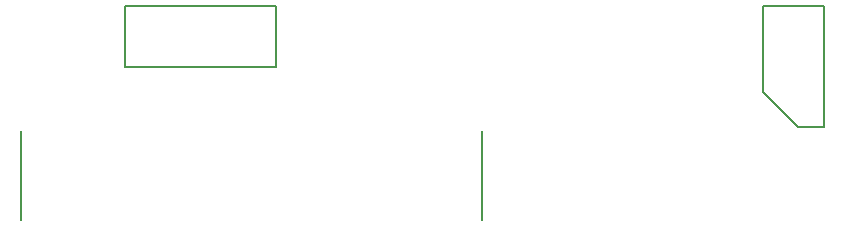
<source format=gbr>
%TF.GenerationSoftware,KiCad,Pcbnew,(5.1.10)-1*%
%TF.CreationDate,2021-08-10T10:59:40+01:00*%
%TF.ProjectId,t9120mezz,74393132-306d-4657-9a7a-2e6b69636164,rev?*%
%TF.SameCoordinates,Original*%
%TF.FileFunction,Legend,Top*%
%TF.FilePolarity,Positive*%
%FSLAX46Y46*%
G04 Gerber Fmt 4.6, Leading zero omitted, Abs format (unit mm)*
G04 Created by KiCad (PCBNEW (5.1.10)-1) date 2021-08-10 10:59:40*
%MOMM*%
%LPD*%
G01*
G04 APERTURE LIST*
%ADD10C,0.180000*%
G04 APERTURE END LIST*
D10*
%TO.C,J1*%
X106350000Y-115050000D02*
X106350000Y-107550000D01*
X67350000Y-115050000D02*
X67350000Y-107550000D01*
%TO.C,J4*%
X135320000Y-107250000D02*
X133101000Y-107250000D01*
X130120000Y-104270000D02*
X130120000Y-96970000D01*
X135320000Y-107250000D02*
X135320000Y-96970000D01*
X135320000Y-96970000D02*
X130120000Y-96970000D01*
X133101000Y-107250000D02*
X130120000Y-104270000D01*
%TO.C,J3*%
X88940000Y-102170000D02*
X88940000Y-96970000D01*
X76120000Y-102170000D02*
X88940000Y-102170000D01*
X76120000Y-96970000D02*
X88940000Y-96970000D01*
X76120000Y-102170000D02*
X76120000Y-96970000D01*
%TD*%
M02*

</source>
